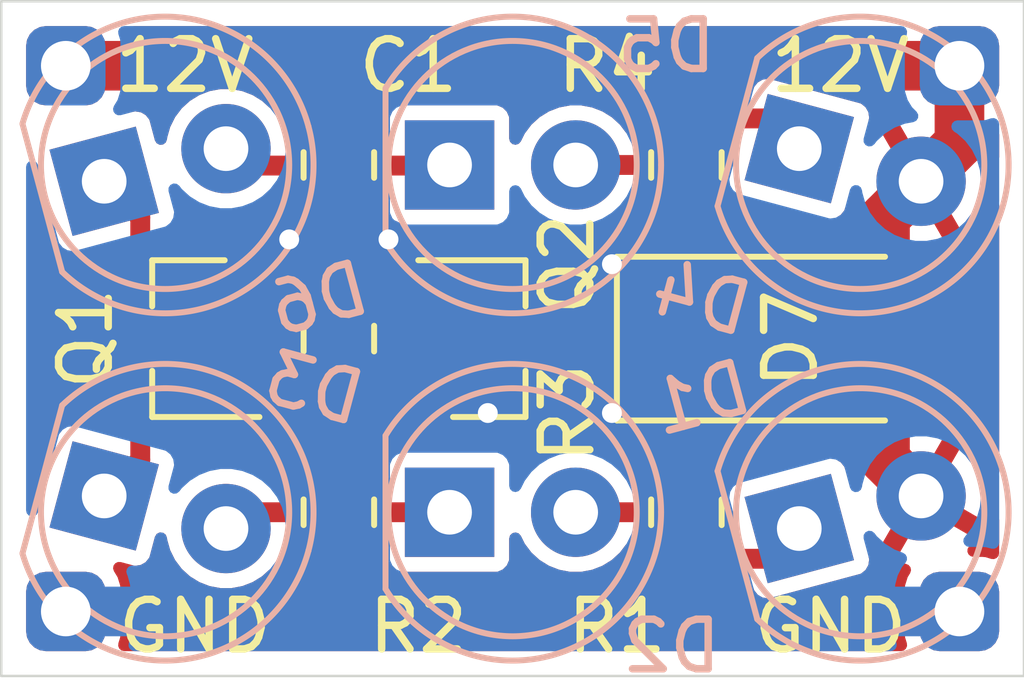
<source format=kicad_pcb>
(kicad_pcb (version 20221018) (generator pcbnew)
  (title_block (title "FancyLight") (date "2023-03-05") (rev "A") (comment 2 "Apache License 2.0") (comment 3 "https://github.com/JacobNeergaard/fancylight/") (comment 4 "12V light system"))
  (layers (0 "F.Cu" signal) (31 "B.Cu" signal) (34 "B.Paste" user) (35 "F.Paste" user) (36 "B.SilkS" user "B.Silkscreen") (37 "F.SilkS" user "F.Silkscreen") (38 "B.Mask" user) (39 "F.Mask" user) (44 "Edge.Cuts" user))
  (net 0 "")
  (net 1 "GND")
  (net 2 "Net-(D1-K)")
  (net 3 "Net-(D2-K)")
  (net 4 "Net-(D2-A)")
  (net 5 "Net-(D3-K)")
  (net 6 "Net-(D4-K)")
  (net 7 "Net-(D5-K)")
  (net 8 "Net-(D5-A)")
  (net 9 "Net-(Q1-B)")
  (net 10 "Net-(Q1-E)")
  (net 11 "+12V")
  (footprint "erp:C_0805_2012Metric" (layer "F.Cu") (at 133.5 80 -90)
    (fp_text reference "C1" (at -2 -1.4) (layer "F.SilkS"))
    (fp_text value "100n")
    (fp_line (start -0.258578 -0.71) (end 0.258578 -0.71) (stroke (width 0.12)) (layer "F.SilkS"))
    (fp_line (start -0.258578 0.71) (end 0.258578 0.71) (stroke (width 0.12)) (layer "F.SilkS"))
    (pad "1" smd roundrect (at -0.9375 0 270) (size 0.975 1.4) (layers "F.Cu" "F.Paste" "F.Mask") (net 11 "+12V"))
    (pad "2" smd roundrect (at 0.9375 0 270) (size 0.975 1.4) (layers "F.Cu" "F.Paste" "F.Mask") (net 1 "GND"))
  )
  (footprint "erp:D_SMA" (layer "F.Cu") (at 142.5 83.5)
    (fp_text reference "D7" (at 0.1 0 90) (layer "F.SilkS"))
    (fp_text value "SMA6F15AY")
    (fp_line (start -3.4 -1.65) (end -3.4 1.65) (stroke (width 0.12)) (layer "F.SilkS"))
    (fp_line (start -3.4 -1.65) (end 2 -1.65) (stroke (width 0.12)) (layer "F.SilkS"))
    (fp_line (start -3.4 1.65) (end 2 1.65) (stroke (width 0.12)) (layer "F.SilkS"))
    (pad "1" smd rect (at -2 0) (size 2.5 1.8) (layers "F.Cu" "F.Paste" "F.Mask") (net 1 "GND"))
    (pad "2" smd rect (at 2 0) (size 2.5 1.8) (layers "F.Cu" "F.Paste" "F.Mask") (net 11 "+12V"))
  )
  (footprint "erp:SOT-23" (layer "F.Cu") (at 130.5 83.5 180)
    (fp_text reference "Q1" (at 2.1 0 90) (layer "F.SilkS"))
    (fp_text value "BC847C")
    (fp_line (start 0.76 -1.58) (end -1.4 -1.58) (stroke (width 0.12)) (layer "F.SilkS"))
    (fp_line (start 0.76 -1.58) (end 0.76 -0.65) (stroke (width 0.12)) (layer "F.SilkS"))
    (fp_line (start 0.76 1.58) (end -0.7 1.58) (stroke (width 0.12)) (layer "F.SilkS"))
    (fp_line (start 0.76 1.58) (end 0.76 0.65) (stroke (width 0.12)) (layer "F.SilkS"))
    (pad "1" smd rect (at -1 -0.95 180) (size 0.9 0.8) (layers "F.Cu" "F.Paste" "F.Mask") (net 9 "Net-(Q1-B)"))
    (pad "2" smd rect (at -1 0.95 180) (size 0.9 0.8) (layers "F.Cu" "F.Paste" "F.Mask") (net 10 "Net-(Q1-E)"))
    (pad "3" smd rect (at 1 0 180) (size 0.9 0.8) (layers "F.Cu" "F.Paste" "F.Mask") (net 5 "Net-(D3-K)"))
  )
  (footprint "erp:R_0805_2012Metric" (layer "F.Cu") (at 140.5 87 90)
    (fp_text reference "R1" (at -2.3 -1.4 180) (layer "F.SilkS"))
    (fp_text value "36")
    (fp_line (start -0.258578 -0.71) (end 0.258578 -0.71) (stroke (width 0.12)) (layer "F.SilkS"))
    (fp_line (start -0.258578 0.71) (end 0.258578 0.71) (stroke (width 0.12)) (layer "F.SilkS"))
    (pad "1" smd roundrect (at -0.9375 0 90) (size 0.975 1.4) (layers "F.Cu" "F.Paste" "F.Mask") (net 2 "Net-(D1-K)"))
    (pad "2" smd roundrect (at 0.9375 0 90) (size 0.975 1.4) (layers "F.Cu" "F.Paste" "F.Mask") (net 4 "Net-(D2-A)"))
  )
  (footprint "erp:R_0805_2012Metric" (layer "F.Cu") (at 140.5 80 -90)
    (fp_text reference "R4" (at -2 1.6) (layer "F.SilkS"))
    (fp_text value "36")
    (fp_line (start -0.258578 -0.71) (end 0.258578 -0.71) (stroke (width 0.12)) (layer "F.SilkS"))
    (fp_line (start -0.258578 0.71) (end 0.258578 0.71) (stroke (width 0.12)) (layer "F.SilkS"))
    (pad "1" smd roundrect (at -0.9375 0 270) (size 0.975 1.4) (layers "F.Cu" "F.Paste" "F.Mask") (net 6 "Net-(D4-K)"))
    (pad "2" smd roundrect (at 0.9375 0 270) (size 0.975 1.4) (layers "F.Cu" "F.Paste" "F.Mask") (net 8 "Net-(D5-A)"))
  )
  (footprint "erp:R_0805_2012Metric" (layer "F.Cu") (at 133.5 83.5 90)
    (fp_text reference "R3" (at -1.5 4.6 270) (layer "F.SilkS"))
    (fp_text value "15")
    (fp_line (start -0.258578 -0.71) (end 0.258578 -0.71) (stroke (width 0.12)) (layer "F.SilkS"))
    (fp_line (start -0.258578 0.71) (end 0.258578 0.71) (stroke (width 0.12)) (layer "F.SilkS"))
    (pad "1" smd roundrect (at -0.9375 0 90) (size 0.975 1.4) (layers "F.Cu" "F.Paste" "F.Mask") (net 1 "GND"))
    (pad "2" smd roundrect (at 0.9375 0 90) (size 0.975 1.4) (layers "F.Cu" "F.Paste" "F.Mask") (net 10 "Net-(Q1-E)"))
  )
  (footprint "erp:R_0805_2012Metric" (layer "F.Cu") (at 133.5 87 -90)
    (fp_text reference "R2" (at 2.3 -1.6) (layer "F.SilkS"))
    (fp_text value "10k")
    (fp_line (start -0.258578 -0.71) (end 0.258578 -0.71) (stroke (width 0.12)) (layer "F.SilkS"))
    (fp_line (start -0.258578 0.71) (end 0.258578 0.71) (stroke (width 0.12)) (layer "F.SilkS"))
    (pad "1" smd roundrect (at -0.9375 0 270) (size 0.975 1.4) (layers "F.Cu" "F.Paste" "F.Mask") (net 9 "Net-(Q1-B)"))
    (pad "2" smd roundrect (at 0.9375 0 270) (size 0.975 1.4) (layers "F.Cu" "F.Paste" "F.Mask") (net 11 "+12V"))
  )
  (footprint "erp:SOT-23" (layer "F.Cu") (at 136.5 83.5)
    (fp_text reference "Q2" (at 1.6 -1.5 -90) (layer "F.SilkS"))
    (fp_text value "BC847C")
    (fp_line (start 0.76 -1.58) (end -1.4 -1.58) (stroke (width 0.12)) (layer "F.SilkS"))
    (fp_line (start 0.76 -1.58) (end 0.76 -0.65) (stroke (width 0.12)) (layer "F.SilkS"))
    (fp_line (start 0.76 1.58) (end -0.7 1.58) (stroke (width 0.12)) (layer "F.SilkS"))
    (fp_line (start 0.76 1.58) (end 0.76 0.65) (stroke (width 0.12)) (layer "F.SilkS"))
    (pad "1" smd rect (at -1 -0.95) (size 0.9 0.8) (layers "F.Cu" "F.Paste" "F.Mask") (net 10 "Net-(Q1-E)"))
    (pad "2" smd rect (at -1 0.95) (size 0.9 0.8) (layers "F.Cu" "F.Paste" "F.Mask") (net 1 "GND"))
    (pad "3" smd rect (at 1 0) (size 0.9 0.8) (layers "F.Cu" "F.Paste" "F.Mask") (net 9 "Net-(Q1-B)"))
  )
  (footprint "erp:ThruHole1mm_1.6Pad" (layer "F.Cu") (at 146 89)
    (fp_text reference "J3" hide)
    (fp_text value "Conn_01" hide)
    (pad "1" thru_hole roundrect (at 0 0) (size 1.6 1.6) (drill 1) (layers "*.Cu" "*.Mask") (net 1 "GND"))
  )
  (footprint "erp:ThruHole1mm_1.6Pad" (layer "F.Cu") (at 128 89)
    (fp_text reference "J4" hide)
    (fp_text value "Conn_01" hide)
    (pad "1" thru_hole roundrect (at 0 0) (size 1.6 1.6) (drill 1) (layers "*.Cu" "*.Mask") (net 1 "GND"))
  )
  (footprint "erp:ThruHole1mm_1.6Pad" (layer "F.Cu") (at 128 78)
    (fp_text reference "J2" hide)
    (fp_text value "Conn_01" hide)
    (pad "1" thru_hole roundrect (at 0 0) (size 1.6 1.6) (drill 1) (layers "*.Cu" "*.Mask") (net 11 "+12V"))
  )
  (footprint "erp:ThruHole1mm_1.6Pad" (layer "F.Cu") (at 146 78)
    (fp_text reference "J1" hide)
    (fp_text value "Conn_01" hide)
    (pad "1" thru_hole roundrect (at 0 0) (size 1.6 1.6) (drill 1) (layers "*.Cu" "*.Mask") (net 11 "+12V"))
  )
  (footprint "erp:LED_D5.0mm" (layer "B.Cu") (at 144 87 15)
    (fp_text reference "D1" (at -2.495679 -3.04985 15) (layer "B.SilkS") (effects (justify mirror)))
    (fp_text value "C503D-WAN" hide)
    (fp_line (start -2.56 1.545) (end -2.56 -1.545) (stroke (width 0.12)) (layer "B.SilkS"))
    (fp_arc (start -2.56 -1.54483) (mid 0.802002 -2.880433) (end 2.99 0.000462) (stroke (width 0.12)) (layer "B.SilkS"))
    (fp_arc (start 2.99 -0.000462) (mid 0.802002 2.880433) (end -2.56 1.54483) (stroke (width 0.12)) (layer "B.SilkS"))
    (fp_circle (center 0 0) (end 2.5 0) (stroke (width 0.12)) (fill none) (layer "B.SilkS"))
    (pad "1" thru_hole rect (at -1.27 0 15) (size 1.8 1.8) (drill 0.9) (layers "*.Cu" "*.Mask") (net 2 "Net-(D1-K)"))
    (pad "2" thru_hole circle (at 1.27 0 15) (size 1.8 1.8) (drill 0.9) (layers "*.Cu" "*.Mask") (net 11 "+12V"))
  )
  (footprint "erp:LED_D5.0mm" (layer "B.Cu") (at 137 87)
    (fp_text reference "D2" (at 3.2 2.7 180) (layer "B.SilkS") (effects (justify mirror)))
    (fp_text value "C503D-WAN" hide)
    (fp_line (start -2.56 1.545) (end -2.56 -1.545) (stroke (width 0.12)) (layer "B.SilkS"))
    (fp_arc (start -2.56 -1.54483) (mid 0.802002 -2.880433) (end 2.99 0.000462) (stroke (width 0.12)) (layer "B.SilkS"))
    (fp_arc (start 2.99 -0.000462) (mid 0.802002 2.880433) (end -2.56 1.54483) (stroke (width 0.12)) (layer "B.SilkS"))
    (fp_circle (center 0 0) (end 2.5 0) (stroke (width 0.12)) (fill none) (layer "B.SilkS"))
    (pad "1" thru_hole rect (at -1.27 0) (size 1.8 1.8) (drill 0.9) (layers "*.Cu" "*.Mask") (net 3 "Net-(D2-K)"))
    (pad "2" thru_hole circle (at 1.27 0) (size 1.8 1.8) (drill 0.9) (layers "*.Cu" "*.Mask") (net 4 "Net-(D2-A)"))
  )
  (footprint "erp:LED_D5.0mm" (layer "B.Cu") (at 130 87 -15)
    (fp_text reference "D3" (at 2.25073 -3.191272 165) (layer "B.SilkS") (effects (justify mirror)))
    (fp_text value "C503D-WAN" hide)
    (fp_line (start -2.56 1.545) (end -2.56 -1.545) (stroke (width 0.12)) (layer "B.SilkS"))
    (fp_arc (start -2.56 -1.54483) (mid 0.802002 -2.880433) (end 2.99 0.000462) (stroke (width 0.12)) (layer "B.SilkS"))
    (fp_arc (start 2.99 -0.000462) (mid 0.802002 2.880433) (end -2.56 1.54483) (stroke (width 0.12)) (layer "B.SilkS"))
    (fp_circle (center 0 0) (end 2.5 0) (stroke (width 0.12)) (fill none) (layer "B.SilkS"))
    (pad "1" thru_hole rect (at -1.27 0 345) (size 1.8 1.8) (drill 0.9) (layers "*.Cu" "*.Mask") (net 5 "Net-(D3-K)"))
    (pad "2" thru_hole circle (at 1.27 0 345) (size 1.8 1.8) (drill 0.9) (layers "*.Cu" "*.Mask") (net 3 "Net-(D2-K)"))
  )
  (footprint "erp:LED_D5.0mm" (layer "B.Cu") (at 144 80 -15)
    (fp_text reference "D4" (at -2.392151 3.436221 165) (layer "B.SilkS") (effects (justify mirror)))
    (fp_text value "C503D-WAN" hide)
    (fp_line (start -2.56 1.545) (end -2.56 -1.545) (stroke (width 0.12)) (layer "B.SilkS"))
    (fp_arc (start -2.56 -1.54483) (mid 0.802002 -2.880433) (end 2.99 0.000462) (stroke (width 0.12)) (layer "B.SilkS"))
    (fp_arc (start 2.99 -0.000462) (mid 0.802002 2.880433) (end -2.56 1.54483) (stroke (width 0.12)) (layer "B.SilkS"))
    (fp_circle (center 0 0) (end 2.5 0) (stroke (width 0.12)) (fill none) (layer "B.SilkS"))
    (pad "1" thru_hole rect (at -1.27 0 345) (size 1.8 1.8) (drill 0.9) (layers "*.Cu" "*.Mask") (net 6 "Net-(D4-K)"))
    (pad "2" thru_hole circle (at 1.27 0 345) (size 1.8 1.8) (drill 0.9) (layers "*.Cu" "*.Mask") (net 11 "+12V"))
  )
  (footprint "erp:LED_D5.0mm" (layer "B.Cu") (at 137 80)
    (fp_text reference "D5" (at 3.1 -2.4 180) (layer "B.SilkS") (effects (justify mirror)))
    (fp_text value "C503D-WAN" hide)
    (fp_line (start -2.56 1.545) (end -2.56 -1.545) (stroke (width 0.12)) (layer "B.SilkS"))
    (fp_arc (start -2.56 -1.54483) (mid 0.802002 -2.880433) (end 2.99 0.000462) (stroke (width 0.12)) (layer "B.SilkS"))
    (fp_arc (start 2.99 -0.000462) (mid 0.802002 2.880433) (end -2.56 1.54483) (stroke (width 0.12)) (layer "B.SilkS"))
    (fp_circle (center 0 0) (end 2.5 0) (stroke (width 0.12)) (fill none) (layer "B.SilkS"))
    (pad "1" thru_hole rect (at -1.27 0) (size 1.8 1.8) (drill 0.9) (layers "*.Cu" "*.Mask") (net 7 "Net-(D5-K)"))
    (pad "2" thru_hole circle (at 1.27 0) (size 1.8 1.8) (drill 0.9) (layers "*.Cu" "*.Mask") (net 8 "Net-(D5-A)"))
  )
  (footprint "erp:LED_D5.0mm" (layer "B.Cu") (at 130 80 15)
    (fp_text reference "D6" (at 2.295559 3.410339 195) (layer "B.SilkS") (effects (justify mirror)))
    (fp_text value "C503D-WAN" hide)
    (fp_line (start -2.56 1.545) (end -2.56 -1.545) (stroke (width 0.12)) (layer "B.SilkS"))
    (fp_arc (start -2.56 -1.54483) (mid 0.802002 -2.880433) (end 2.99 0.000462) (stroke (width 0.12)) (layer "B.SilkS"))
    (fp_arc (start 2.99 -0.000462) (mid 0.802002 2.880433) (end -2.56 1.54483) (stroke (width 0.12)) (layer "B.SilkS"))
    (fp_circle (center 0 0) (end 2.5 0) (stroke (width 0.12)) (fill none) (layer "B.SilkS"))
    (pad "1" thru_hole rect (at -1.27 0 15) (size 1.8 1.8) (drill 0.9) (layers "*.Cu" "*.Mask") (net 5 "Net-(D3-K)"))
    (pad "2" thru_hole circle (at 1.27 0 15) (size 1.8 1.8) (drill 0.9) (layers "*.Cu" "*.Mask") (net 7 "Net-(D5-K)"))
  )
  (gr_rect (start 126.7 76.7) (end 147.3 90.3) (stroke (width 0.05)) (fill none) (layer "Edge.Cuts"))
  (gr_text "GND" (at 143.4 89.3) (layer "F.SilkS") (effects (font (size 1 1))))
  (gr_text "GND\n" (at 130.6 89.3) (layer "F.SilkS") (effects (font (size 1 1))))
  (gr_text "12V" (at 130.4 78) (layer "F.SilkS") (effects (font (size 1 1))))
  (gr_text "12V" (at 143.6 78) (layer "F.SilkS") (effects (font (size 1 1))))
  (segment (start 135.5 84.45) (end 135.95 84.45) (width 0.4) (layer "F.Cu") (net 1))
  (segment (start 140.5 83.5) (end 139 85) (width 0.4) (layer "F.Cu") (net 1))
  (segment (start 133.0625 80.9375) (end 132.5 81.5) (width 0.4) (layer "F.Cu") (net 1))
  (segment (start 133.9375 80.9375) (end 134.5 81.5) (width 0.4) (layer "F.Cu") (net 1))
  (segment (start 133.5 80.9375) (end 133.9375 80.9375) (width 0.4) (layer "F.Cu") (net 1))
  (segment (start 140.5 83.5) (end 139 82) (width 0.4) (layer "F.Cu") (net 1))
  (segment (start 133.5 84.4375) (end 135.4875 84.4375) (width 0.4) (layer "F.Cu") (net 1))
  (segment (start 135.95 84.45) (end 136.5 85) (width 0.4) (layer "F.Cu") (net 1))
  (segment (start 133.5 80.9375) (end 133.0625 80.9375) (width 0.4) (layer "F.Cu") (net 1))
  (segment (start 135.4875 84.4375) (end 135.5 84.45) (width 0.4) (layer "F.Cu") (net 1))
  (via (at 139 85) (size 0.8) (drill 0.4) (layers "F.Cu" "B.Cu") (net 1))
  (via (at 136.5 85) (size 0.8) (drill 0.4) (layers "F.Cu" "B.Cu") (net 1))
  (via (at 134.5 81.5) (size 0.8) (drill 0.4) (layers "F.Cu" "B.Cu") (net 1))
  (via (at 132.5 81.5) (size 0.8) (drill 0.4) (layers "F.Cu" "B.Cu") (net 1))
  (via (at 139 82) (size 0.8) (drill 0.4) (layers "F.Cu" "B.Cu") (net 1))
  (segment (start 146 89) (end 144 89) (width 1) (layer "B.Cu") (net 1))
  (segment (start 144 89) (end 143.4 89) (width 1) (layer "B.Cu") (net 1))
  (segment (start 128 89) (end 130.2 89) (width 1) (layer "B.Cu") (net 1))
  (segment (start 140.5 87.9375) (end 142.164474 87.9375) (width 0.4) (layer "F.Cu") (net 2))
  (segment (start 142.164474 87.9375) (end 142.773274 87.3287) (width 0.4) (layer "F.Cu") (net 2))
  (segment (start 131.27 87) (end 135.73 87) (width 0.4) (layer "F.Cu") (net 3))
  (segment (start 140.5 86.0625) (end 139.5625 87) (width 0.4) (layer "F.Cu") (net 4))
  (segment (start 138.27 87) (end 139.5625 87) (width 0.4) (layer "F.Cu") (net 4))
  (segment (start 129.5 85.944573) (end 129.5 83.5) (width 0.4) (layer "F.Cu") (net 5))
  (segment (start 129.5 81.055426) (end 128.773274 80.3287) (width 0.4) (layer "F.Cu") (net 5))
  (segment (start 129.5 83.5) (end 129.5 81.055426) (width 0.4) (layer "F.Cu") (net 5))
  (segment (start 128.773273 86.6713) (end 129.5 85.944573) (width 0.4) (layer "F.Cu") (net 5))
  (segment (start 140.5 79.0625) (end 142.164474 79.0625) (width 0.4) (layer "F.Cu") (net 6))
  (segment (start 142.164474 79.0625) (end 142.773274 79.6713) (width 0.4) (layer "F.Cu") (net 6))
  (segment (start 131.567926 80.0125) (end 131.226726 79.6713) (width 0.4) (layer "F.Cu") (net 7))
  (segment (start 135.7175 80.0125) (end 131.567926 80.0125) (width 0.4) (layer "F.Cu") (net 7))
  (segment (start 135.73 80) (end 135.7175 80.0125) (width 0.4) (layer "F.Cu") (net 7))
  (segment (start 139.5625 80) (end 140.5 80.9375) (width 0.4) (layer "F.Cu") (net 8))
  (segment (start 138.27 80) (end 139.5625 80) (width 0.4) (layer "F.Cu") (net 8))
  (segment (start 131.5 84.45) (end 133.1125 86.0625) (width 0.4) (layer "F.Cu") (net 9))
  (segment (start 133.1125 86.0625) (end 133.5 86.0625) (width 0.4) (layer "F.Cu") (net 9))
  (segment (start 132.45 83.5) (end 131.5 84.45) (width 0.4) (layer "F.Cu") (net 9))
  (segment (start 137.5 83.5) (end 132.45 83.5) (width 0.4) (layer "F.Cu") (net 9))
  (segment (start 131.5 82.55) (end 135.5 82.55) (width 0.4) (layer "F.Cu") (net 10))
  (segment (start 144.5 85.944574) (end 144.5 83.5) (width 1) (layer "F.Cu") (net 11))
  (segment (start 128 78) (end 130 78) (width 1) (layer "F.Cu") (net 11))
  (segment (start 146 79.555426) (end 145.226726 80.3287) (width 1) (layer "F.Cu") (net 11))
  (segment (start 144.5 81.055426) (end 144.5 83.5) (width 1) (layer "F.Cu") (net 11))
  (segment (start 145.226726 86.6713) (end 144.5 85.944574) (width 1) (layer "F.Cu") (net 11))
  (segment (start 146 78) (end 144.1 78) (width 1) (layer "F.Cu") (net 11))
  (segment (start 145.226726 80.3287) (end 144.5 81.055426) (width 1) (layer "F.Cu") (net 11))
  (segment (start 146 78) (end 146 79.555426) (width 1) (layer "F.Cu") (net 11))
  (zone (net 11) (net_name "+12V") (layer "F.Cu") (priority 1) (connect_pads (clearance 0.3)) (min_thickness 0.25) (fill yes (thermal_gap 0.5) (thermal_bridge_width 0.4))
    (polygon (pts (xy 127.2 77.2) (xy 127.2 83.5) (xy 129 83.5) (xy 129 80) (xy 143.5 80) (xy 143.5 87) (xy 129 87) (xy 129 83.5) (xy 127.2 83.5) (xy 127.2 89.8) (xy 146.8 89.8) (xy 146.8 77.2)))
  )
  (zone (net 1) (net_name "GND") (layer "B.Cu") (connect_pads (clearance 0.3)) (min_thickness 0.25) (fill yes (thermal_gap 0.5) (thermal_bridge_width 0.5))
    (polygon (pts (xy 127.2 77.2) (xy 127.2 89.8) (xy 146.8 89.8) (xy 146.8 77.2)))
  )
)
</source>
